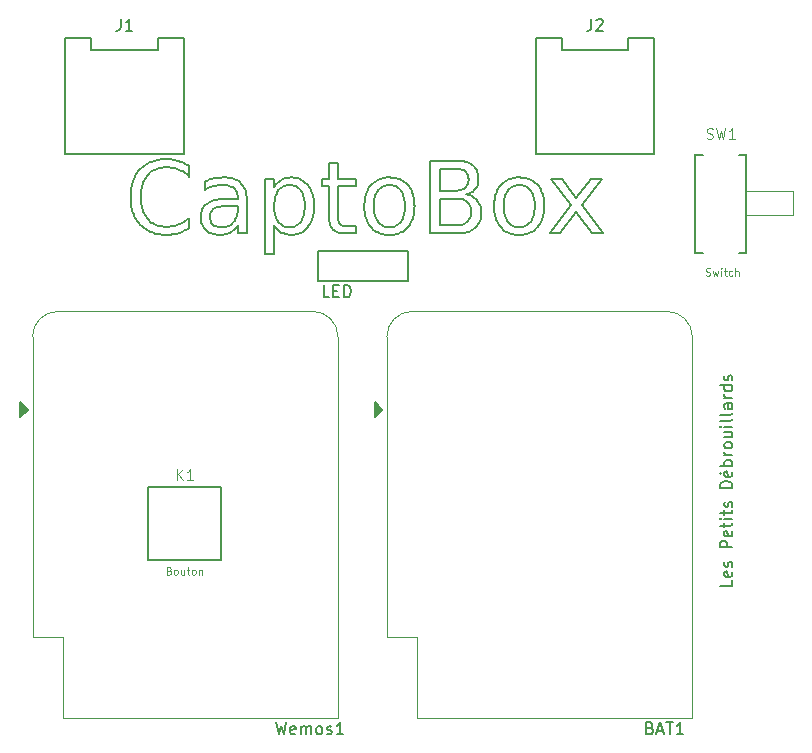
<source format=gto>
G04 #@! TF.GenerationSoftware,KiCad,Pcbnew,5.1.5*
G04 #@! TF.CreationDate,2020-03-04T16:52:44+01:00*
G04 #@! TF.ProjectId,captobox,63617074-6f62-46f7-982e-6b696361645f,rev?*
G04 #@! TF.SameCoordinates,Original*
G04 #@! TF.FileFunction,Legend,Top*
G04 #@! TF.FilePolarity,Positive*
%FSLAX46Y46*%
G04 Gerber Fmt 4.6, Leading zero omitted, Abs format (unit mm)*
G04 Created by KiCad (PCBNEW 5.1.5) date 2020-03-04 16:52:44*
%MOMM*%
%LPD*%
G04 APERTURE LIST*
%ADD10C,0.150000*%
%ADD11C,0.200000*%
%ADD12C,0.120000*%
%ADD13C,0.127000*%
%ADD14C,0.066040*%
%ADD15C,0.101600*%
%ADD16C,0.076200*%
G04 APERTURE END LIST*
D10*
X192452380Y-114404761D02*
X192452380Y-114880952D01*
X191452380Y-114880952D01*
X192404761Y-113690476D02*
X192452380Y-113785714D01*
X192452380Y-113976190D01*
X192404761Y-114071428D01*
X192309523Y-114119047D01*
X191928571Y-114119047D01*
X191833333Y-114071428D01*
X191785714Y-113976190D01*
X191785714Y-113785714D01*
X191833333Y-113690476D01*
X191928571Y-113642857D01*
X192023809Y-113642857D01*
X192119047Y-114119047D01*
X192404761Y-113261904D02*
X192452380Y-113166666D01*
X192452380Y-112976190D01*
X192404761Y-112880952D01*
X192309523Y-112833333D01*
X192261904Y-112833333D01*
X192166666Y-112880952D01*
X192119047Y-112976190D01*
X192119047Y-113119047D01*
X192071428Y-113214285D01*
X191976190Y-113261904D01*
X191928571Y-113261904D01*
X191833333Y-113214285D01*
X191785714Y-113119047D01*
X191785714Y-112976190D01*
X191833333Y-112880952D01*
X192452380Y-111642857D02*
X191452380Y-111642857D01*
X191452380Y-111261904D01*
X191500000Y-111166666D01*
X191547619Y-111119047D01*
X191642857Y-111071428D01*
X191785714Y-111071428D01*
X191880952Y-111119047D01*
X191928571Y-111166666D01*
X191976190Y-111261904D01*
X191976190Y-111642857D01*
X192404761Y-110261904D02*
X192452380Y-110357142D01*
X192452380Y-110547619D01*
X192404761Y-110642857D01*
X192309523Y-110690476D01*
X191928571Y-110690476D01*
X191833333Y-110642857D01*
X191785714Y-110547619D01*
X191785714Y-110357142D01*
X191833333Y-110261904D01*
X191928571Y-110214285D01*
X192023809Y-110214285D01*
X192119047Y-110690476D01*
X191785714Y-109928571D02*
X191785714Y-109547619D01*
X191452380Y-109785714D02*
X192309523Y-109785714D01*
X192404761Y-109738095D01*
X192452380Y-109642857D01*
X192452380Y-109547619D01*
X192452380Y-109214285D02*
X191785714Y-109214285D01*
X191452380Y-109214285D02*
X191500000Y-109261904D01*
X191547619Y-109214285D01*
X191500000Y-109166666D01*
X191452380Y-109214285D01*
X191547619Y-109214285D01*
X191785714Y-108880952D02*
X191785714Y-108500000D01*
X191452380Y-108738095D02*
X192309523Y-108738095D01*
X192404761Y-108690476D01*
X192452380Y-108595238D01*
X192452380Y-108500000D01*
X192404761Y-108214285D02*
X192452380Y-108119047D01*
X192452380Y-107928571D01*
X192404761Y-107833333D01*
X192309523Y-107785714D01*
X192261904Y-107785714D01*
X192166666Y-107833333D01*
X192119047Y-107928571D01*
X192119047Y-108071428D01*
X192071428Y-108166666D01*
X191976190Y-108214285D01*
X191928571Y-108214285D01*
X191833333Y-108166666D01*
X191785714Y-108071428D01*
X191785714Y-107928571D01*
X191833333Y-107833333D01*
X192452380Y-106595238D02*
X191452380Y-106595238D01*
X191452380Y-106357142D01*
X191500000Y-106214285D01*
X191595238Y-106119047D01*
X191690476Y-106071428D01*
X191880952Y-106023809D01*
X192023809Y-106023809D01*
X192214285Y-106071428D01*
X192309523Y-106119047D01*
X192404761Y-106214285D01*
X192452380Y-106357142D01*
X192452380Y-106595238D01*
X192404761Y-105214285D02*
X192452380Y-105309523D01*
X192452380Y-105500000D01*
X192404761Y-105595238D01*
X192309523Y-105642857D01*
X191928571Y-105642857D01*
X191833333Y-105595238D01*
X191785714Y-105500000D01*
X191785714Y-105309523D01*
X191833333Y-105214285D01*
X191928571Y-105166666D01*
X192023809Y-105166666D01*
X192119047Y-105642857D01*
X191404761Y-105309523D02*
X191547619Y-105452380D01*
X192452380Y-104738095D02*
X191452380Y-104738095D01*
X191833333Y-104738095D02*
X191785714Y-104642857D01*
X191785714Y-104452380D01*
X191833333Y-104357142D01*
X191880952Y-104309523D01*
X191976190Y-104261904D01*
X192261904Y-104261904D01*
X192357142Y-104309523D01*
X192404761Y-104357142D01*
X192452380Y-104452380D01*
X192452380Y-104642857D01*
X192404761Y-104738095D01*
X192452380Y-103833333D02*
X191785714Y-103833333D01*
X191976190Y-103833333D02*
X191880952Y-103785714D01*
X191833333Y-103738095D01*
X191785714Y-103642857D01*
X191785714Y-103547619D01*
X192452380Y-103071428D02*
X192404761Y-103166666D01*
X192357142Y-103214285D01*
X192261904Y-103261904D01*
X191976190Y-103261904D01*
X191880952Y-103214285D01*
X191833333Y-103166666D01*
X191785714Y-103071428D01*
X191785714Y-102928571D01*
X191833333Y-102833333D01*
X191880952Y-102785714D01*
X191976190Y-102738095D01*
X192261904Y-102738095D01*
X192357142Y-102785714D01*
X192404761Y-102833333D01*
X192452380Y-102928571D01*
X192452380Y-103071428D01*
X191785714Y-101880952D02*
X192452380Y-101880952D01*
X191785714Y-102309523D02*
X192309523Y-102309523D01*
X192404761Y-102261904D01*
X192452380Y-102166666D01*
X192452380Y-102023809D01*
X192404761Y-101928571D01*
X192357142Y-101880952D01*
X192452380Y-101404761D02*
X191785714Y-101404761D01*
X191452380Y-101404761D02*
X191500000Y-101452380D01*
X191547619Y-101404761D01*
X191500000Y-101357142D01*
X191452380Y-101404761D01*
X191547619Y-101404761D01*
X192452380Y-100785714D02*
X192404761Y-100880952D01*
X192309523Y-100928571D01*
X191452380Y-100928571D01*
X192452380Y-100261904D02*
X192404761Y-100357142D01*
X192309523Y-100404761D01*
X191452380Y-100404761D01*
X192452380Y-99452380D02*
X191928571Y-99452380D01*
X191833333Y-99500000D01*
X191785714Y-99595238D01*
X191785714Y-99785714D01*
X191833333Y-99880952D01*
X192404761Y-99452380D02*
X192452380Y-99547619D01*
X192452380Y-99785714D01*
X192404761Y-99880952D01*
X192309523Y-99928571D01*
X192214285Y-99928571D01*
X192119047Y-99880952D01*
X192071428Y-99785714D01*
X192071428Y-99547619D01*
X192023809Y-99452380D01*
X192452380Y-98976190D02*
X191785714Y-98976190D01*
X191976190Y-98976190D02*
X191880952Y-98928571D01*
X191833333Y-98880952D01*
X191785714Y-98785714D01*
X191785714Y-98690476D01*
X192452380Y-97928571D02*
X191452380Y-97928571D01*
X192404761Y-97928571D02*
X192452380Y-98023809D01*
X192452380Y-98214285D01*
X192404761Y-98309523D01*
X192357142Y-98357142D01*
X192261904Y-98404761D01*
X191976190Y-98404761D01*
X191880952Y-98357142D01*
X191833333Y-98309523D01*
X191785714Y-98214285D01*
X191785714Y-98023809D01*
X191833333Y-97928571D01*
X192404761Y-97500000D02*
X192452380Y-97404761D01*
X192452380Y-97214285D01*
X192404761Y-97119047D01*
X192309523Y-97071428D01*
X192261904Y-97071428D01*
X192166666Y-97119047D01*
X192119047Y-97214285D01*
X192119047Y-97357142D01*
X192071428Y-97452380D01*
X191976190Y-97500000D01*
X191928571Y-97500000D01*
X191833333Y-97452380D01*
X191785714Y-97357142D01*
X191785714Y-97214285D01*
X191833333Y-97119047D01*
D11*
X159854636Y-85055283D02*
X159657335Y-85050868D01*
X159657335Y-85050868D02*
X159469632Y-85037113D01*
X159469632Y-85037113D02*
X159290188Y-85012753D01*
X159290188Y-85012753D02*
X159124198Y-84977257D01*
X159124198Y-84977257D02*
X158971563Y-84929389D01*
X158971563Y-84929389D02*
X158832484Y-84867234D01*
X158832484Y-84867234D02*
X158709984Y-84789494D01*
X158709984Y-84789494D02*
X158639193Y-84728681D01*
X159069141Y-81016260D02*
X159069141Y-83529801D01*
X175737891Y-82744306D02*
X175732420Y-82545515D01*
X175732420Y-82545515D02*
X175716313Y-82359802D01*
X175716313Y-82359802D02*
X175689699Y-82185039D01*
X175689699Y-82185039D02*
X175652870Y-82021740D01*
X175652870Y-82021740D02*
X175605445Y-81867864D01*
X175605445Y-81867864D02*
X175548060Y-81725208D01*
X175548060Y-81725208D02*
X175480374Y-81592497D01*
X175480374Y-81592497D02*
X175402135Y-81469368D01*
X175402135Y-81469368D02*
X175382371Y-81442054D01*
X175382371Y-84050686D02*
X175462493Y-83930720D01*
X175462493Y-83930720D02*
X175532929Y-83799678D01*
X175532929Y-83799678D02*
X175592647Y-83659381D01*
X175592647Y-83659381D02*
X175642198Y-83508746D01*
X175642198Y-83508746D02*
X175681586Y-83347375D01*
X175681586Y-83347375D02*
X175710637Y-83175505D01*
X175710637Y-83175505D02*
X175729235Y-82993831D01*
X175729235Y-82993831D02*
X175737462Y-82801214D01*
X175737462Y-82801214D02*
X175737891Y-82744306D01*
X155918959Y-81429671D02*
X155830019Y-81318296D01*
X155830019Y-81318296D02*
X155729313Y-81218282D01*
X155729313Y-81218282D02*
X155615258Y-81130909D01*
X155615258Y-81130909D02*
X155487435Y-81058577D01*
X155487435Y-81058577D02*
X155342816Y-81002513D01*
X155342816Y-81002513D02*
X155179370Y-80965383D01*
X155179370Y-80965383D02*
X154992778Y-80950252D01*
X154992778Y-80950252D02*
X154972227Y-80950114D01*
X156266225Y-82744306D02*
X156261191Y-82547550D01*
X156261191Y-82547550D02*
X156246016Y-82360608D01*
X156246016Y-82360608D02*
X156220575Y-82183598D01*
X156220575Y-82183598D02*
X156185239Y-82018602D01*
X156185239Y-82018602D02*
X156139530Y-81863234D01*
X156139530Y-81863234D02*
X156083640Y-81718540D01*
X156083640Y-81718540D02*
X156017565Y-81584516D01*
X156017565Y-81584516D02*
X155940894Y-81460568D01*
X155940894Y-81460568D02*
X155918959Y-81429671D01*
X167684636Y-79569306D02*
X167684636Y-81429671D01*
X169830248Y-79800817D02*
X169707926Y-79722320D01*
X169707926Y-79722320D02*
X169567272Y-79661297D01*
X169567272Y-79661297D02*
X169409799Y-79616632D01*
X169409799Y-79616632D02*
X169237492Y-79587299D01*
X169237492Y-79587299D02*
X169051950Y-79572122D01*
X169051950Y-79572122D02*
X168920743Y-79569306D01*
X174419102Y-80313447D02*
X174615318Y-80320031D01*
X174615318Y-80320031D02*
X174798409Y-80339163D01*
X174798409Y-80339163D02*
X174969837Y-80370095D01*
X174969837Y-80370095D02*
X175128468Y-80411606D01*
X175128468Y-80411606D02*
X175277116Y-80463460D01*
X175277116Y-80463460D02*
X175415975Y-80525005D01*
X175415975Y-80525005D02*
X175548388Y-80597420D01*
X175548388Y-80597420D02*
X175669348Y-80677275D01*
X175669348Y-80677275D02*
X175782234Y-80765689D01*
X175782234Y-80765689D02*
X175887168Y-80862114D01*
X175887168Y-80862114D02*
X175977683Y-80958369D01*
X166849558Y-85055283D02*
X166849558Y-78883049D01*
X150614884Y-82727770D02*
X149858334Y-82727770D01*
X150614884Y-82897262D02*
X150614884Y-82727770D01*
X162463243Y-81437926D02*
X162382807Y-81557518D01*
X162382807Y-81557518D02*
X162312544Y-81687689D01*
X162312544Y-81687689D02*
X162252180Y-81829382D01*
X162252180Y-81829382D02*
X162202687Y-81980324D01*
X162202687Y-81980324D02*
X162163260Y-82142954D01*
X162163260Y-82142954D02*
X162134536Y-82314664D01*
X162134536Y-82314664D02*
X162115942Y-82499750D01*
X162115942Y-82499750D02*
X162108062Y-82693116D01*
X162108062Y-82693116D02*
X162107722Y-82744306D01*
X163430639Y-80958369D02*
X163241784Y-80970591D01*
X163241784Y-80970591D02*
X163074817Y-81004759D01*
X163074817Y-81004759D02*
X162927319Y-81057467D01*
X162927319Y-81057467D02*
X162795767Y-81126595D01*
X162795767Y-81126595D02*
X162678921Y-81209821D01*
X162678921Y-81209821D02*
X162574342Y-81306220D01*
X162574342Y-81306220D02*
X162478988Y-81417079D01*
X162478988Y-81417079D02*
X162463243Y-81437926D01*
X149965834Y-84976728D02*
X149826704Y-85039236D01*
X149826704Y-85039236D02*
X149677261Y-85089956D01*
X149677261Y-85089956D02*
X149516103Y-85129167D01*
X149516103Y-85129167D02*
X149342462Y-85156621D01*
X149342462Y-85156621D02*
X149155984Y-85171915D01*
X149155984Y-85171915D02*
X149014975Y-85175166D01*
X150614884Y-84352470D02*
X150534188Y-84473588D01*
X150534188Y-84473588D02*
X150446023Y-84587010D01*
X150446023Y-84587010D02*
X150349419Y-84692777D01*
X150349419Y-84692777D02*
X150244901Y-84789244D01*
X150244901Y-84789244D02*
X150129005Y-84878106D01*
X150129005Y-84878106D02*
X150005712Y-84955168D01*
X150005712Y-84955168D02*
X149965834Y-84976728D01*
X146497306Y-79358460D02*
X146497306Y-80239046D01*
X145596055Y-84294606D02*
X145741743Y-84230353D01*
X145741743Y-84230353D02*
X145874785Y-84162234D01*
X145874785Y-84162234D02*
X146001483Y-84088518D01*
X146001483Y-84088518D02*
X146126840Y-84006619D01*
X146126840Y-84006619D02*
X146243963Y-83921615D01*
X146243963Y-83921615D02*
X146356534Y-83831777D01*
X146356534Y-83831777D02*
X146463855Y-83738302D01*
X146463855Y-83738302D02*
X146497306Y-83707548D01*
X152913451Y-86816402D02*
X152913451Y-80425075D01*
X153678256Y-86816402D02*
X152913451Y-86816402D01*
X153678256Y-84360752D02*
X153678256Y-86816402D01*
X154281850Y-84976728D02*
X154158277Y-84899345D01*
X154158277Y-84899345D02*
X154043094Y-84809719D01*
X154043094Y-84809719D02*
X153939061Y-84711164D01*
X153939061Y-84711164D02*
X153845138Y-84604631D01*
X153845138Y-84604631D02*
X153757735Y-84487017D01*
X153757735Y-84487017D02*
X153679894Y-84363573D01*
X153679894Y-84363573D02*
X153678256Y-84360752D01*
X164393881Y-81442054D02*
X164301813Y-81329515D01*
X164301813Y-81329515D02*
X164199538Y-81229731D01*
X164199538Y-81229731D02*
X164084280Y-81142319D01*
X164084280Y-81142319D02*
X163955446Y-81069571D01*
X163955446Y-81069571D02*
X163810996Y-81013109D01*
X163810996Y-81013109D02*
X163648704Y-80975214D01*
X163648704Y-80975214D02*
X163464855Y-80958754D01*
X163464855Y-80958754D02*
X163430639Y-80958369D01*
X164749428Y-82744306D02*
X164743957Y-82545515D01*
X164743957Y-82545515D02*
X164727848Y-82359802D01*
X164727848Y-82359802D02*
X164701232Y-82185039D01*
X164701232Y-82185039D02*
X164664401Y-82021740D01*
X164664401Y-82021740D02*
X164616016Y-81865169D01*
X164616016Y-81865169D02*
X164558186Y-81722140D01*
X164558186Y-81722140D02*
X164489668Y-81588614D01*
X164489668Y-81588614D02*
X164411026Y-81465671D01*
X164411026Y-81465671D02*
X164393881Y-81442054D01*
X146497306Y-84579853D02*
X146376035Y-84658728D01*
X146376035Y-84658728D02*
X146248321Y-84734510D01*
X146248321Y-84734510D02*
X146116185Y-84805425D01*
X146116185Y-84805425D02*
X145980892Y-84870542D01*
X145980892Y-84870542D02*
X145839136Y-84931033D01*
X145839136Y-84931033D02*
X145692122Y-84985821D01*
X145692122Y-84985821D02*
X145567137Y-85026338D01*
X162459115Y-84054814D02*
X162550175Y-84164205D01*
X162550175Y-84164205D02*
X162653267Y-84262899D01*
X162653267Y-84262899D02*
X162768160Y-84348278D01*
X162768160Y-84348278D02*
X162897883Y-84420040D01*
X162897883Y-84420040D02*
X163043071Y-84475646D01*
X163043071Y-84475646D02*
X163207140Y-84513264D01*
X163207140Y-84513264D02*
X163391799Y-84529764D01*
X163391799Y-84529764D02*
X163430639Y-84530244D01*
X162107722Y-82744306D02*
X162112914Y-82941164D01*
X162112914Y-82941164D02*
X162128496Y-83127640D01*
X162128496Y-83127640D02*
X162154216Y-83302351D01*
X162154216Y-83302351D02*
X162190245Y-83467166D01*
X162190245Y-83467166D02*
X162236327Y-83621109D01*
X162236327Y-83621109D02*
X162292842Y-83765435D01*
X162292842Y-83765435D02*
X162359328Y-83898975D01*
X162359328Y-83898975D02*
X162436247Y-84022698D01*
X162436247Y-84022698D02*
X162459115Y-84054814D01*
X159069141Y-80425075D02*
X160635977Y-80425075D01*
X159069141Y-79110426D02*
X159069141Y-80425075D01*
X155158282Y-80313447D02*
X155350189Y-80322507D01*
X155350189Y-80322507D02*
X155525213Y-80348043D01*
X155525213Y-80348043D02*
X155685386Y-80387928D01*
X155685386Y-80387928D02*
X155835974Y-80441923D01*
X155835974Y-80441923D02*
X155972720Y-80506828D01*
X155972720Y-80506828D02*
X156098799Y-80582056D01*
X156098799Y-80582056D02*
X156216330Y-80667468D01*
X156216330Y-80667468D02*
X156324280Y-80760905D01*
X156324280Y-80760905D02*
X156424056Y-80862013D01*
X156424056Y-80862013D02*
X156516883Y-80970815D01*
X156516883Y-80970815D02*
X156526654Y-80983187D01*
X154281850Y-80516012D02*
X154416690Y-80450563D01*
X154416690Y-80450563D02*
X154565268Y-80396323D01*
X154565268Y-80396323D02*
X154725007Y-80355304D01*
X154725007Y-80355304D02*
X154898975Y-80327633D01*
X154898975Y-80327633D02*
X155086125Y-80314483D01*
X155086125Y-80314483D02*
X155158282Y-80313447D01*
X149300222Y-80958369D02*
X149102693Y-80964334D01*
X149102693Y-80964334D02*
X148917860Y-80981002D01*
X148917860Y-80981002D02*
X148741891Y-81007224D01*
X148741891Y-81007224D02*
X148575740Y-81041594D01*
X148575740Y-81041594D02*
X148527163Y-81053460D01*
X150267618Y-81247770D02*
X150151249Y-81162965D01*
X150151249Y-81162965D02*
X150020850Y-81092926D01*
X150020850Y-81092926D02*
X149875784Y-81037361D01*
X149875784Y-81037361D02*
X149714129Y-80996047D01*
X149714129Y-80996047D02*
X149536678Y-80969739D01*
X149536678Y-80969739D02*
X149346762Y-80958775D01*
X149346762Y-80958775D02*
X149300222Y-80958369D01*
X176990535Y-85055283D02*
X178788881Y-82632679D01*
X177887631Y-85055283D02*
X176990535Y-85055283D01*
X157055821Y-82744306D02*
X157051238Y-82943694D01*
X157051238Y-82943694D02*
X157037886Y-83131831D01*
X157037886Y-83131831D02*
X157015826Y-83312496D01*
X157015826Y-83312496D02*
X156985415Y-83484374D01*
X156985415Y-83484374D02*
X156946932Y-83647690D01*
X156946932Y-83647690D02*
X156900649Y-83802659D01*
X156900649Y-83802659D02*
X156846844Y-83949500D01*
X156846844Y-83949500D02*
X156784486Y-84091126D01*
X156784486Y-84091126D02*
X156715244Y-84224070D01*
X156715244Y-84224070D02*
X156639291Y-84348999D01*
X156639291Y-84348999D02*
X156556700Y-84466511D01*
X156556700Y-84466511D02*
X156526654Y-84505452D01*
X156526654Y-80983187D02*
X156613220Y-81100716D01*
X156613220Y-81100716D02*
X156691633Y-81223681D01*
X156691633Y-81223681D02*
X156763178Y-81354253D01*
X156763178Y-81354253D02*
X156826905Y-81491054D01*
X156826905Y-81491054D02*
X156884584Y-81639071D01*
X156884584Y-81639071D02*
X156933410Y-81792010D01*
X156933410Y-81792010D02*
X156974159Y-81951916D01*
X156974159Y-81951916D02*
X157006886Y-82119548D01*
X157006886Y-82119548D02*
X157031420Y-82295048D01*
X157031420Y-82295048D02*
X157047615Y-82479057D01*
X157047615Y-82479057D02*
X157055251Y-82673345D01*
X157055251Y-82673345D02*
X157055821Y-82744306D01*
X164393881Y-84050686D02*
X164474009Y-83930720D01*
X164474009Y-83930720D02*
X164544450Y-83799678D01*
X164544450Y-83799678D02*
X164604174Y-83659381D01*
X164604174Y-83659381D02*
X164653819Y-83508431D01*
X164653819Y-83508431D02*
X164693119Y-83347375D01*
X164693119Y-83347375D02*
X164722172Y-83175505D01*
X164722172Y-83175505D02*
X164740772Y-82993831D01*
X164740772Y-82993831D02*
X164748999Y-82801214D01*
X164748999Y-82801214D02*
X164749428Y-82744306D01*
X163430639Y-84530244D02*
X163619933Y-84517789D01*
X163619933Y-84517789D02*
X163785962Y-84483372D01*
X163785962Y-84483372D02*
X163934892Y-84429426D01*
X163934892Y-84429426D02*
X164068304Y-84358103D01*
X164068304Y-84358103D02*
X164184733Y-84273670D01*
X164184733Y-84273670D02*
X164288136Y-84176879D01*
X164288136Y-84176879D02*
X164380598Y-84068314D01*
X164380598Y-84068314D02*
X164393881Y-84050686D01*
X177143490Y-80425075D02*
X178040586Y-80425075D01*
X178788881Y-82632679D02*
X177143490Y-80425075D01*
X157746225Y-80425075D02*
X158304337Y-80425075D01*
X157746225Y-81016260D02*
X157746225Y-80425075D01*
X153678256Y-81127861D02*
X153757735Y-81001692D01*
X153757735Y-81001692D02*
X153843227Y-80886753D01*
X153843227Y-80886753D02*
X153937891Y-80779615D01*
X153937891Y-80779615D02*
X154042938Y-80680767D01*
X154042938Y-80680767D02*
X154156107Y-80593569D01*
X154156107Y-80593569D02*
X154280072Y-80516980D01*
X154280072Y-80516980D02*
X154281850Y-80516012D01*
X151375561Y-82413577D02*
X151375561Y-82413577D01*
X155918959Y-84063095D02*
X155998710Y-83940397D01*
X155998710Y-83940397D02*
X156067308Y-83808603D01*
X156067308Y-83808603D02*
X156125652Y-83666599D01*
X156125652Y-83666599D02*
X156174069Y-83513497D01*
X156174069Y-83513497D02*
X156212033Y-83351204D01*
X156212033Y-83351204D02*
X156240071Y-83177811D01*
X156240071Y-83177811D02*
X156257978Y-82994338D01*
X156257978Y-82994338D02*
X156265861Y-82798021D01*
X156265861Y-82798021D02*
X156266225Y-82744306D01*
X154972227Y-84538525D02*
X155162171Y-84525876D01*
X155162171Y-84525876D02*
X155329126Y-84490630D01*
X155329126Y-84490630D02*
X155475683Y-84436436D01*
X155475683Y-84436436D02*
X155605477Y-84365635D01*
X155605477Y-84365635D02*
X155720701Y-84280070D01*
X155720701Y-84280070D02*
X155822938Y-84181292D01*
X155822938Y-84181292D02*
X155913916Y-84070032D01*
X155913916Y-84070032D02*
X155918959Y-84063095D01*
X142325991Y-79631325D02*
X142426815Y-79529360D01*
X142426815Y-79529360D02*
X142532527Y-79433463D01*
X142532527Y-79433463D02*
X142644740Y-79342508D01*
X142644740Y-79342508D02*
X142763467Y-79257009D01*
X142763467Y-79257009D02*
X142886991Y-79178438D01*
X142886991Y-79178438D02*
X143017323Y-79105751D01*
X143017323Y-79105751D02*
X143152602Y-79040205D01*
X143152602Y-79040205D02*
X143294991Y-78980977D01*
X143294991Y-78980977D02*
X143443316Y-78928839D01*
X143443316Y-78928839D02*
X143599693Y-78883388D01*
X143599693Y-78883388D02*
X143767109Y-78844494D01*
X143767109Y-78844494D02*
X143937774Y-78814242D01*
X143937774Y-78814242D02*
X144115918Y-78791833D01*
X144115918Y-78791833D02*
X144306346Y-78777280D01*
X144306346Y-78777280D02*
X144502189Y-78771535D01*
X144502189Y-78771535D02*
X144533595Y-78771429D01*
X141519832Y-81975374D02*
X141523542Y-81776261D01*
X141523542Y-81776261D02*
X141534575Y-81584349D01*
X141534575Y-81584349D02*
X141552612Y-81400839D01*
X141552612Y-81400839D02*
X141577337Y-81225482D01*
X141577337Y-81225482D02*
X141608964Y-81055542D01*
X141608964Y-81055542D02*
X141646868Y-80893430D01*
X141646868Y-80893430D02*
X141692198Y-80734241D01*
X141692198Y-80734241D02*
X141743600Y-80582723D01*
X141743600Y-80582723D02*
X141800767Y-80438636D01*
X141800767Y-80438636D02*
X141863661Y-80301220D01*
X141863661Y-80301220D02*
X141932340Y-80169795D01*
X141932340Y-80169795D02*
X142011255Y-80036958D01*
X142011255Y-80036958D02*
X142093081Y-79915123D01*
X142093081Y-79915123D02*
X142179778Y-79800020D01*
X142179778Y-79800020D02*
X142271250Y-79691203D01*
X142271250Y-79691203D02*
X142325991Y-79631325D01*
X149548269Y-82132457D02*
X150614884Y-82132457D01*
X148527163Y-81053460D02*
X148365398Y-81099155D01*
X148365398Y-81099155D02*
X148216305Y-81150081D01*
X148216305Y-81150081D02*
X148072399Y-81207648D01*
X148072399Y-81207648D02*
X147934235Y-81271075D01*
X147934235Y-81271075D02*
X147803686Y-81338707D01*
X179235365Y-83236273D02*
X177887631Y-85055283D01*
X180583073Y-85055283D02*
X179235365Y-83236273D01*
X142400392Y-81975374D02*
X142404308Y-82175047D01*
X142404308Y-82175047D02*
X142416158Y-82367868D01*
X142416158Y-82367868D02*
X142435598Y-82550016D01*
X142435598Y-82550016D02*
X142462554Y-82723337D01*
X142462554Y-82723337D02*
X142497921Y-82892297D01*
X142497921Y-82892297D02*
X142540332Y-83050244D01*
X142540332Y-83050244D02*
X142590532Y-83200878D01*
X142590532Y-83200878D02*
X142648689Y-83344333D01*
X142648689Y-83344333D02*
X142714593Y-83479930D01*
X142714593Y-83479930D02*
X142788244Y-83607662D01*
X142788244Y-83607662D02*
X142869642Y-83727535D01*
X142869642Y-83727535D02*
X142958518Y-83839230D01*
X142958518Y-83839230D02*
X142962631Y-83843994D01*
X181393360Y-80425075D02*
X179719050Y-82678160D01*
X174419102Y-80313447D02*
X174419102Y-80313447D01*
X170020404Y-82384632D02*
X169904207Y-82300637D01*
X169904207Y-82300637D02*
X169771385Y-82232871D01*
X169771385Y-82232871D02*
X169623411Y-82180672D01*
X169623411Y-82180672D02*
X169460632Y-82142995D01*
X169460632Y-82142995D02*
X169284226Y-82119173D01*
X169284226Y-82119173D02*
X169093539Y-82108418D01*
X169093539Y-82108418D02*
X169024089Y-82107666D01*
X170347006Y-83236273D02*
X170337229Y-83045195D01*
X170337229Y-83045195D02*
X170308190Y-82873584D01*
X170308190Y-82873584D02*
X170259840Y-82719918D01*
X170259840Y-82719918D02*
X170192796Y-82585314D01*
X170192796Y-82585314D02*
X170106618Y-82468347D01*
X170106618Y-82468347D02*
X170020404Y-82384632D01*
X164989193Y-84530244D02*
X164891642Y-84633440D01*
X164891642Y-84633440D02*
X164785041Y-84730267D01*
X164785041Y-84730267D02*
X164669515Y-84819445D01*
X164669515Y-84819445D02*
X164547407Y-84898656D01*
X164547407Y-84898656D02*
X164416887Y-84968794D01*
X164416887Y-84968794D02*
X164277292Y-85029592D01*
X164277292Y-85029592D02*
X164127068Y-85080893D01*
X164127068Y-85080893D02*
X163963141Y-85122452D01*
X163963141Y-85122452D02*
X163790407Y-85152134D01*
X163790407Y-85152134D02*
X163606413Y-85169900D01*
X163606413Y-85169900D02*
X163430639Y-85175166D01*
X165555560Y-82744306D02*
X165551035Y-82943582D01*
X165551035Y-82943582D02*
X165537567Y-83134045D01*
X165537567Y-83134045D02*
X165515705Y-83313116D01*
X165515705Y-83313116D02*
X165485361Y-83484326D01*
X165485361Y-83484326D02*
X165446908Y-83646607D01*
X165446908Y-83646607D02*
X165400523Y-83800391D01*
X165400523Y-83800391D02*
X165346252Y-83946271D01*
X165346252Y-83946271D02*
X165282893Y-84087098D01*
X165282893Y-84087098D02*
X165212890Y-84217765D01*
X165212890Y-84217765D02*
X165132990Y-84344346D01*
X165132990Y-84344346D02*
X165047872Y-84459769D01*
X165047872Y-84459769D02*
X164989193Y-84530244D01*
X174419102Y-80958369D02*
X174419102Y-80958369D01*
X172856420Y-80958369D02*
X172954874Y-80854298D01*
X172954874Y-80854298D02*
X173059745Y-80759120D01*
X173059745Y-80759120D02*
X173172734Y-80671738D01*
X173172734Y-80671738D02*
X173294506Y-80592428D01*
X173294506Y-80592428D02*
X173424721Y-80522131D01*
X173424721Y-80522131D02*
X173564813Y-80460814D01*
X173564813Y-80460814D02*
X173714026Y-80409527D01*
X173714026Y-80409527D02*
X173874772Y-80368243D01*
X173874772Y-80368243D02*
X174050771Y-80337432D01*
X174050771Y-80337432D02*
X174235134Y-80319170D01*
X174235134Y-80319170D02*
X174419102Y-80313447D01*
X147803686Y-81338707D02*
X147803686Y-80635921D01*
X150879467Y-80834359D02*
X150973807Y-80944018D01*
X150973807Y-80944018D02*
X151058403Y-81064757D01*
X151058403Y-81064757D02*
X151131315Y-81192991D01*
X151131315Y-81192991D02*
X151194570Y-81331168D01*
X151194570Y-81331168D02*
X151247873Y-81478065D01*
X151247873Y-81478065D02*
X151291900Y-81635004D01*
X151291900Y-81635004D02*
X151326540Y-81801339D01*
X151326540Y-81801339D02*
X151351925Y-81977189D01*
X151351925Y-81977189D02*
X151368107Y-82162231D01*
X151368107Y-82162231D02*
X151375200Y-82357116D01*
X151375200Y-82357116D02*
X151375561Y-82413577D01*
X170020404Y-84092041D02*
X170125391Y-83983810D01*
X170125391Y-83983810D02*
X170206555Y-83863710D01*
X170206555Y-83863710D02*
X170269911Y-83725360D01*
X170269911Y-83725360D02*
X170314507Y-83569587D01*
X170314507Y-83569587D02*
X170340292Y-83394947D01*
X170340292Y-83394947D02*
X170347006Y-83236273D01*
X169024089Y-84369007D02*
X169218215Y-84362778D01*
X169218215Y-84362778D02*
X169405416Y-84342793D01*
X169405416Y-84342793D02*
X169573639Y-84309407D01*
X169573639Y-84309407D02*
X169726925Y-84261656D01*
X169726925Y-84261656D02*
X169864460Y-84198898D01*
X169864460Y-84198898D02*
X169986081Y-84119966D01*
X169986081Y-84119966D02*
X170020404Y-84092041D01*
X144533595Y-85175166D02*
X144335469Y-85170752D01*
X144335469Y-85170752D02*
X144147341Y-85157884D01*
X144147341Y-85157884D02*
X143967589Y-85136909D01*
X143967589Y-85136909D02*
X143790849Y-85107175D01*
X143790849Y-85107175D02*
X143625256Y-85070270D01*
X143625256Y-85070270D02*
X143468021Y-85026271D01*
X143468021Y-85026271D02*
X143316680Y-84974787D01*
X143316680Y-84974787D02*
X143174055Y-84917164D01*
X143174055Y-84917164D02*
X143037501Y-84852782D01*
X143037501Y-84852782D02*
X142906418Y-84781519D01*
X142906418Y-84781519D02*
X142780284Y-84703149D01*
X142780284Y-84703149D02*
X142662693Y-84620359D01*
X142662693Y-84620359D02*
X142549754Y-84530887D01*
X142549754Y-84530887D02*
X142443122Y-84436282D01*
X142443122Y-84436282D02*
X142342186Y-84336440D01*
X142342186Y-84336440D02*
X142325991Y-84319397D01*
X145567137Y-85026338D02*
X145407446Y-85070676D01*
X145407446Y-85070676D02*
X145243728Y-85107391D01*
X145243728Y-85107391D02*
X145067857Y-85137519D01*
X145067857Y-85137519D02*
X144884451Y-85159233D01*
X144884451Y-85159233D02*
X144695370Y-85171840D01*
X144695370Y-85171840D02*
X144533595Y-85175166D01*
X164989193Y-80958369D02*
X165080832Y-81070861D01*
X165080832Y-81070861D02*
X165165771Y-81192573D01*
X165165771Y-81192573D02*
X165240698Y-81318601D01*
X165240698Y-81318601D02*
X165308364Y-81453212D01*
X165308364Y-81453212D02*
X165368331Y-81596238D01*
X165368331Y-81596238D02*
X165420253Y-81747431D01*
X165420253Y-81747431D02*
X165464094Y-81907368D01*
X165464094Y-81907368D02*
X165499030Y-82072879D01*
X165499030Y-82072879D02*
X165525853Y-82247724D01*
X165525853Y-82247724D02*
X165544239Y-82431632D01*
X165544239Y-82431632D02*
X165553893Y-82622075D01*
X165553893Y-82622075D02*
X165555560Y-82744306D01*
X163430639Y-80313447D02*
X163626855Y-80320031D01*
X163626855Y-80320031D02*
X163809945Y-80339163D01*
X163809945Y-80339163D02*
X163981372Y-80370095D01*
X163981372Y-80370095D02*
X164140001Y-80411606D01*
X164140001Y-80411606D02*
X164288648Y-80463460D01*
X164288648Y-80463460D02*
X164427503Y-80525005D01*
X164427503Y-80525005D02*
X164559913Y-80597420D01*
X164559913Y-80597420D02*
X164680870Y-80677275D01*
X164680870Y-80677275D02*
X164793751Y-80765689D01*
X164793751Y-80765689D02*
X164898682Y-80862114D01*
X164898682Y-80862114D02*
X164989193Y-80958369D01*
X149378777Y-80313447D02*
X149574793Y-80318663D01*
X149574793Y-80318663D02*
X149763267Y-80334627D01*
X149763267Y-80334627D02*
X149939590Y-80361029D01*
X149939590Y-80361029D02*
X150103669Y-80397460D01*
X150103669Y-80397460D02*
X150259906Y-80444947D01*
X150259906Y-80444947D02*
X150405627Y-80502944D01*
X150405627Y-80502944D02*
X150539459Y-80570617D01*
X150539459Y-80570617D02*
X150662493Y-80648089D01*
X150662493Y-80648089D02*
X150775720Y-80735861D01*
X150775720Y-80735861D02*
X150879467Y-80834359D01*
X148613972Y-80396129D02*
X148783290Y-80364161D01*
X148783290Y-80364161D02*
X148961154Y-80338703D01*
X148961154Y-80338703D02*
X149145696Y-80321417D01*
X149145696Y-80321417D02*
X149339476Y-80313674D01*
X149339476Y-80313674D02*
X149378777Y-80313447D01*
X174419102Y-84530244D02*
X174608398Y-84517789D01*
X174608398Y-84517789D02*
X174774429Y-84483372D01*
X174774429Y-84483372D02*
X174923361Y-84429426D01*
X174923361Y-84429426D02*
X175056776Y-84358103D01*
X175056776Y-84358103D02*
X175173211Y-84273670D01*
X175173211Y-84273670D02*
X175276619Y-84176879D01*
X175276619Y-84176879D02*
X175369086Y-84068314D01*
X175369086Y-84068314D02*
X175382371Y-84050686D01*
X173447605Y-84054814D02*
X173538658Y-84164205D01*
X173538658Y-84164205D02*
X173641745Y-84262899D01*
X173641745Y-84262899D02*
X173756633Y-84348278D01*
X173756633Y-84348278D02*
X173886352Y-84420040D01*
X173886352Y-84420040D02*
X174031538Y-84475646D01*
X174031538Y-84475646D02*
X174195604Y-84513264D01*
X174195604Y-84513264D02*
X174380262Y-84529764D01*
X174380262Y-84529764D02*
X174419102Y-84530244D01*
X144583204Y-84488916D02*
X144777425Y-84482432D01*
X144777425Y-84482432D02*
X144960471Y-84463954D01*
X144960471Y-84463954D02*
X145131800Y-84435076D01*
X145131800Y-84435076D02*
X145295764Y-84396287D01*
X145295764Y-84396287D02*
X145452602Y-84348329D01*
X145452602Y-84348329D02*
X145596055Y-84294606D01*
X160635977Y-85055283D02*
X159854636Y-85055283D01*
X160635977Y-84418616D02*
X160635977Y-85055283D01*
X181480170Y-85055283D02*
X180583073Y-85055283D01*
X179719050Y-82678160D02*
X181480170Y-85055283D01*
X151375561Y-85055283D02*
X150614884Y-85055283D01*
X151375561Y-82413577D02*
X151375561Y-85055283D01*
X174419102Y-85175166D02*
X174224645Y-85168747D01*
X174224645Y-85168747D02*
X174043196Y-85150128D01*
X174043196Y-85150128D02*
X173871796Y-85119716D01*
X173871796Y-85119716D02*
X173712000Y-85078468D01*
X173712000Y-85078468D02*
X173562882Y-85027037D01*
X173562882Y-85027037D02*
X173420320Y-84964318D01*
X173420320Y-84964318D02*
X173288763Y-84892746D01*
X173288763Y-84892746D02*
X173167132Y-84812868D01*
X173167132Y-84812868D02*
X173053205Y-84723969D01*
X173053205Y-84723969D02*
X172945778Y-84625330D01*
X172945778Y-84625330D02*
X172856420Y-84530244D01*
X175977683Y-84530244D02*
X175880128Y-84633440D01*
X175880128Y-84633440D02*
X175773522Y-84730267D01*
X175773522Y-84730267D02*
X175657993Y-84819445D01*
X175657993Y-84819445D02*
X175535881Y-84898656D01*
X175535881Y-84898656D02*
X175405358Y-84968794D01*
X175405358Y-84968794D02*
X175265760Y-85029592D01*
X175265760Y-85029592D02*
X175115535Y-85080893D01*
X175115535Y-85080893D02*
X174951606Y-85122452D01*
X174951606Y-85122452D02*
X174778871Y-85152134D01*
X174778871Y-85152134D02*
X174594876Y-85169900D01*
X174594876Y-85169900D02*
X174419102Y-85175166D01*
X161867930Y-80958369D02*
X161966388Y-80854298D01*
X161966388Y-80854298D02*
X162071264Y-80759120D01*
X162071264Y-80759120D02*
X162184255Y-80671738D01*
X162184255Y-80671738D02*
X162306031Y-80592428D01*
X162306031Y-80592428D02*
X162436247Y-80522131D01*
X162436247Y-80522131D02*
X162576345Y-80460814D01*
X162576345Y-80460814D02*
X162725559Y-80409527D01*
X162725559Y-80409527D02*
X162886306Y-80368243D01*
X162886306Y-80368243D02*
X163062306Y-80337432D01*
X163062306Y-80337432D02*
X163246671Y-80319170D01*
X163246671Y-80319170D02*
X163430639Y-80313447D01*
X161305691Y-82744306D02*
X161310080Y-82546493D01*
X161310080Y-82546493D02*
X161323155Y-82357462D01*
X161323155Y-82357462D02*
X161344667Y-82177823D01*
X161344667Y-82177823D02*
X161375418Y-82002159D01*
X161375418Y-82002159D02*
X161414026Y-81838163D01*
X161414026Y-81838163D02*
X161460596Y-81683144D01*
X161460596Y-81683144D02*
X161515304Y-81535861D01*
X161515304Y-81535861D02*
X161577699Y-81397030D01*
X161577699Y-81397030D02*
X161647567Y-81266466D01*
X161647567Y-81266466D02*
X161728975Y-81137730D01*
X161728975Y-81137730D02*
X161816975Y-81019265D01*
X161816975Y-81019265D02*
X161867930Y-80958369D01*
X170132032Y-80499475D02*
X170118395Y-80311553D01*
X170118395Y-80311553D02*
X170079060Y-80149410D01*
X170079060Y-80149410D02*
X170015886Y-80010555D01*
X170015886Y-80010555D02*
X169931365Y-79894302D01*
X169931365Y-79894302D02*
X169830248Y-79800817D01*
X169830248Y-81202288D02*
X169934238Y-81105415D01*
X169934238Y-81105415D02*
X170018161Y-80987998D01*
X170018161Y-80987998D02*
X170079920Y-80849745D01*
X170079920Y-80849745D02*
X170118661Y-80687221D01*
X170118661Y-80687221D02*
X170132031Y-80499934D01*
X170132031Y-80499934D02*
X170132032Y-80499475D01*
X167684636Y-84369007D02*
X169024089Y-84369007D01*
X167684636Y-82107666D02*
X167684636Y-84369007D01*
X144533595Y-78771429D02*
X144731071Y-78776256D01*
X144731071Y-78776256D02*
X144920113Y-78790334D01*
X144920113Y-78790334D02*
X145099977Y-78812889D01*
X145099977Y-78812889D02*
X145272975Y-78843579D01*
X145272975Y-78843579D02*
X145435911Y-78881088D01*
X145435911Y-78881088D02*
X145575391Y-78920257D01*
X142962631Y-83843994D02*
X143061153Y-83948344D01*
X143061153Y-83948344D02*
X143169920Y-84046108D01*
X143169920Y-84046108D02*
X143284833Y-84133195D01*
X143284833Y-84133195D02*
X143407430Y-84210962D01*
X143407430Y-84210962D02*
X143539668Y-84280223D01*
X143539668Y-84280223D02*
X143681532Y-84340334D01*
X143681532Y-84340334D02*
X143832497Y-84390628D01*
X143832497Y-84390628D02*
X143994092Y-84431134D01*
X143994092Y-84431134D02*
X144165314Y-84461140D01*
X144165314Y-84461140D02*
X144348809Y-84480565D01*
X144348809Y-84480565D02*
X144542561Y-84488674D01*
X144542561Y-84488674D02*
X144583204Y-84488916D01*
X144583204Y-79457679D02*
X144388135Y-79463441D01*
X144388135Y-79463441D02*
X144204709Y-79480377D01*
X144204709Y-79480377D02*
X144030270Y-79508396D01*
X144030270Y-79508396D02*
X143864114Y-79547589D01*
X143864114Y-79547589D02*
X143711736Y-79596017D01*
X143711736Y-79596017D02*
X143567108Y-79654927D01*
X143567108Y-79654927D02*
X143432978Y-79722838D01*
X143432978Y-79722838D02*
X143306513Y-79800778D01*
X143306513Y-79800778D02*
X143187711Y-79888745D01*
X143187711Y-79888745D02*
X143080454Y-79983026D01*
X143080454Y-79983026D02*
X142981711Y-80085067D01*
X142981711Y-80085067D02*
X142962631Y-80106754D01*
X170665326Y-84604671D02*
X170549489Y-84689371D01*
X170549489Y-84689371D02*
X170424360Y-84765265D01*
X170424360Y-84765265D02*
X170287531Y-84833431D01*
X170287531Y-84833431D02*
X170142549Y-84891948D01*
X170142549Y-84891948D02*
X169989696Y-84941082D01*
X169989696Y-84941082D02*
X169828827Y-84981178D01*
X169828827Y-84981178D02*
X169659717Y-85012503D01*
X169659717Y-85012503D02*
X169477463Y-85035690D01*
X169477463Y-85035690D02*
X169289383Y-85049755D01*
X169289383Y-85049755D02*
X169094732Y-85055191D01*
X169094732Y-85055191D02*
X169065444Y-85055283D01*
X171227566Y-83327210D02*
X171219452Y-83520410D01*
X171219452Y-83520410D02*
X171195836Y-83698798D01*
X171195836Y-83698798D02*
X171157973Y-83862410D01*
X171157973Y-83862410D02*
X171106837Y-84012697D01*
X171106837Y-84012697D02*
X171043748Y-84149738D01*
X171043748Y-84149738D02*
X170968938Y-84275706D01*
X170968938Y-84275706D02*
X170883110Y-84391071D01*
X170883110Y-84391071D02*
X170785977Y-84497260D01*
X170785977Y-84497260D02*
X170679914Y-84592831D01*
X170679914Y-84592831D02*
X170665326Y-84604671D01*
X147803686Y-80635921D02*
X147951321Y-80581214D01*
X147951321Y-80581214D02*
X148102183Y-80530193D01*
X148102183Y-80530193D02*
X148257685Y-80482934D01*
X148257685Y-80482934D02*
X148417605Y-80440185D01*
X148417605Y-80440185D02*
X148581710Y-80402709D01*
X148581710Y-80402709D02*
X148613972Y-80396129D01*
X150614884Y-82132457D02*
X150614884Y-82058057D01*
X148225352Y-83657939D02*
X148240744Y-83843769D01*
X148240744Y-83843769D02*
X148283728Y-84002070D01*
X148283728Y-84002070D02*
X148350761Y-84137422D01*
X148350761Y-84137422D02*
X148437642Y-84251069D01*
X148437642Y-84251069D02*
X148489936Y-84302861D01*
X148580899Y-82938616D02*
X148464813Y-83023801D01*
X148464813Y-83023801D02*
X148369932Y-83130462D01*
X148369932Y-83130462D02*
X148295545Y-83264830D01*
X148295545Y-83264830D02*
X148248358Y-83418491D01*
X148248358Y-83418491D02*
X148226610Y-83598412D01*
X148226610Y-83598412D02*
X148225352Y-83657939D01*
X172294180Y-82744306D02*
X172298569Y-82546493D01*
X172298569Y-82546493D02*
X172311644Y-82357462D01*
X172311644Y-82357462D02*
X172333156Y-82177823D01*
X172333156Y-82177823D02*
X172363907Y-82002159D01*
X172363907Y-82002159D02*
X172402515Y-81838163D01*
X172402515Y-81838163D02*
X172449086Y-81683144D01*
X172449086Y-81683144D02*
X172503794Y-81535861D01*
X172503794Y-81535861D02*
X172566189Y-81397030D01*
X172566189Y-81397030D02*
X172636057Y-81266466D01*
X172636057Y-81266466D02*
X172717465Y-81137730D01*
X172717465Y-81137730D02*
X172805465Y-81019265D01*
X172805465Y-81019265D02*
X172856420Y-80958369D01*
X172856420Y-84530244D02*
X172766445Y-84418452D01*
X172766445Y-84418452D02*
X172684087Y-84299505D01*
X172684087Y-84299505D02*
X172609204Y-84172967D01*
X172609204Y-84172967D02*
X172541202Y-84037118D01*
X172541202Y-84037118D02*
X172481776Y-83894945D01*
X172481776Y-83894945D02*
X172429569Y-83742621D01*
X172429569Y-83742621D02*
X172386300Y-83584761D01*
X172386300Y-83584761D02*
X172351073Y-83418256D01*
X172351073Y-83418256D02*
X172324259Y-83244173D01*
X172324259Y-83244173D02*
X172305684Y-83059619D01*
X172305684Y-83059619D02*
X172295830Y-82866106D01*
X172295830Y-82866106D02*
X172294180Y-82744306D01*
X161867930Y-84530244D02*
X161777955Y-84418452D01*
X161777955Y-84418452D02*
X161695597Y-84299505D01*
X161695597Y-84299505D02*
X161620714Y-84172967D01*
X161620714Y-84172967D02*
X161552712Y-84037118D01*
X161552712Y-84037118D02*
X161493286Y-83894945D01*
X161493286Y-83894945D02*
X161441079Y-83742621D01*
X161441079Y-83742621D02*
X161397811Y-83584761D01*
X161397811Y-83584761D02*
X161362584Y-83418256D01*
X161362584Y-83418256D02*
X161335770Y-83244173D01*
X161335770Y-83244173D02*
X161317195Y-83059619D01*
X161317195Y-83059619D02*
X161307341Y-82866106D01*
X161307341Y-82866106D02*
X161305691Y-82744306D01*
X163430639Y-85175166D02*
X163236182Y-85168747D01*
X163236182Y-85168747D02*
X163054731Y-85150128D01*
X163054731Y-85150128D02*
X162883330Y-85119716D01*
X162883330Y-85119716D02*
X162723533Y-85078468D01*
X162723533Y-85078468D02*
X162574414Y-85027037D01*
X162574414Y-85027037D02*
X162431846Y-84964318D01*
X162431846Y-84964318D02*
X162300288Y-84892746D01*
X162300288Y-84892746D02*
X162178653Y-84812868D01*
X162178653Y-84812868D02*
X162064724Y-84723969D01*
X162064724Y-84723969D02*
X161957292Y-84625330D01*
X161957292Y-84625330D02*
X161867930Y-84530244D01*
X150614884Y-82058057D02*
X150602528Y-81868538D01*
X150602528Y-81868538D02*
X150567310Y-81702248D01*
X150567310Y-81702248D02*
X150511670Y-81556851D01*
X150511670Y-81556851D02*
X150437184Y-81429598D01*
X150437184Y-81429598D02*
X150346328Y-81320059D01*
X150346328Y-81320059D02*
X150267618Y-81247770D01*
X150614884Y-85055283D02*
X150614884Y-84352470D01*
X158304337Y-79110426D02*
X159069141Y-79110426D01*
X158304337Y-80425075D02*
X158304337Y-79110426D01*
X168920743Y-79569306D02*
X167684636Y-79569306D01*
X167684636Y-81429671D02*
X168920743Y-81429671D01*
X168920743Y-81429671D02*
X169114957Y-81423416D01*
X169114957Y-81423416D02*
X169297355Y-81403856D01*
X169297355Y-81403856D02*
X169465536Y-81369899D01*
X169465536Y-81369899D02*
X169617383Y-81320659D01*
X169617383Y-81320659D02*
X169752893Y-81254410D01*
X169752893Y-81254410D02*
X169830248Y-81202288D01*
X169024089Y-82107666D02*
X167684636Y-82107666D01*
X163430639Y-80313447D02*
X163430639Y-80313447D01*
X163430639Y-80958369D02*
X163430639Y-80958369D01*
X158304337Y-81016260D02*
X157746225Y-81016260D01*
X158304337Y-83529801D02*
X158304337Y-81016260D01*
X145596055Y-79651989D02*
X145448814Y-79596970D01*
X145448814Y-79596970D02*
X145293590Y-79549713D01*
X145293590Y-79549713D02*
X145131676Y-79511486D01*
X145131676Y-79511486D02*
X144960471Y-79482635D01*
X144960471Y-79482635D02*
X144777938Y-79464192D01*
X144777938Y-79464192D02*
X144583204Y-79457679D01*
X169065444Y-85055283D02*
X166849558Y-85055283D01*
X175382371Y-81442054D02*
X175289164Y-81328275D01*
X175289164Y-81328275D02*
X175186378Y-81228317D01*
X175186378Y-81228317D02*
X175071870Y-81141737D01*
X175071870Y-81141737D02*
X174943915Y-81069571D01*
X174943915Y-81069571D02*
X174799463Y-81013109D01*
X174799463Y-81013109D02*
X174637169Y-80975214D01*
X174637169Y-80975214D02*
X174453318Y-80958754D01*
X174453318Y-80958754D02*
X174419102Y-80958369D01*
X146497306Y-83707548D02*
X146497306Y-84579853D01*
X145575391Y-78920257D02*
X145728084Y-78969268D01*
X145728084Y-78969268D02*
X145873579Y-79023914D01*
X145873579Y-79023914D02*
X146016646Y-79085677D01*
X146016646Y-79085677D02*
X146151055Y-79151399D01*
X146151055Y-79151399D02*
X146282800Y-79223509D01*
X146282800Y-79223509D02*
X146408689Y-79299964D01*
X146408689Y-79299964D02*
X146497306Y-79358460D01*
X147882241Y-84778291D02*
X147785085Y-84674687D01*
X147785085Y-84674687D02*
X147698637Y-84559618D01*
X147698637Y-84559618D02*
X147623479Y-84431396D01*
X147623479Y-84431396D02*
X147561361Y-84289876D01*
X147561361Y-84289876D02*
X147513942Y-84135954D01*
X147513942Y-84135954D02*
X147481816Y-83967938D01*
X147481816Y-83967938D02*
X147466000Y-83782232D01*
X147466000Y-83782232D02*
X147464675Y-83707548D01*
X149014975Y-85175166D02*
X148821362Y-85167368D01*
X148821362Y-85167368D02*
X148643426Y-85144740D01*
X148643426Y-85144740D02*
X148479780Y-85108238D01*
X148479780Y-85108238D02*
X148328926Y-85058472D01*
X148328926Y-85058472D02*
X148189987Y-84995941D01*
X148189987Y-84995941D02*
X148063134Y-84921594D01*
X148063134Y-84921594D02*
X147947179Y-84835638D01*
X147947179Y-84835638D02*
X147882241Y-84778291D01*
X170884454Y-82281285D02*
X170970117Y-82396781D01*
X170970117Y-82396781D02*
X171044786Y-82522256D01*
X171044786Y-82522256D02*
X171108680Y-82660495D01*
X171108680Y-82660495D02*
X171159821Y-82810407D01*
X171159821Y-82810407D02*
X171197423Y-82973238D01*
X171197423Y-82973238D02*
X171220491Y-83151136D01*
X171220491Y-83151136D02*
X171227566Y-83327210D01*
X169929467Y-81727327D02*
X170089891Y-81768068D01*
X170089891Y-81768068D02*
X170242449Y-81820070D01*
X170242449Y-81820070D02*
X170381896Y-81881410D01*
X170381896Y-81881410D02*
X170511711Y-81953193D01*
X170511711Y-81953193D02*
X170630894Y-82034761D01*
X170630894Y-82034761D02*
X170740305Y-82126536D01*
X170740305Y-82126536D02*
X170839949Y-82228523D01*
X170839949Y-82228523D02*
X170884454Y-82281285D01*
X142962631Y-80106754D02*
X142872908Y-80218143D01*
X142872908Y-80218143D02*
X142790985Y-80337559D01*
X142790985Y-80337559D02*
X142717267Y-80464229D01*
X142717267Y-80464229D02*
X142650882Y-80599642D01*
X142650882Y-80599642D02*
X142592453Y-80742647D01*
X142592453Y-80742647D02*
X142541774Y-80893632D01*
X142541774Y-80893632D02*
X142497921Y-81056422D01*
X142497921Y-81056422D02*
X142463194Y-81222032D01*
X142463194Y-81222032D02*
X142435632Y-81398906D01*
X142435632Y-81398906D02*
X142416296Y-81580062D01*
X142416296Y-81580062D02*
X142404495Y-81770468D01*
X142404495Y-81770468D02*
X142400396Y-81967014D01*
X142400396Y-81967014D02*
X142400392Y-81975374D01*
X149217540Y-84538525D02*
X149407889Y-84527757D01*
X149407889Y-84527757D02*
X149577947Y-84497469D01*
X149577947Y-84497469D02*
X149733416Y-84449008D01*
X149733416Y-84449008D02*
X149870786Y-84385997D01*
X149870786Y-84385997D02*
X149994318Y-84309430D01*
X149994318Y-84309430D02*
X150105812Y-84220296D01*
X150105812Y-84220296D02*
X150206019Y-84119930D01*
X150206019Y-84119930D02*
X150230418Y-84092041D01*
X148489936Y-84302861D02*
X148606050Y-84388321D01*
X148606050Y-84388321D02*
X148739998Y-84455578D01*
X148739998Y-84455578D02*
X148893324Y-84503810D01*
X148893324Y-84503810D02*
X149067916Y-84531795D01*
X149067916Y-84531795D02*
X149217540Y-84538525D01*
X170706680Y-81309762D02*
X170610196Y-81415712D01*
X170610196Y-81415712D02*
X170500239Y-81506783D01*
X170500239Y-81506783D02*
X170374758Y-81584435D01*
X170374758Y-81584435D02*
X170236219Y-81647037D01*
X170236219Y-81647037D02*
X170067802Y-81699311D01*
X170067802Y-81699311D02*
X169929467Y-81727327D01*
X170971264Y-80408538D02*
X170962809Y-80603572D01*
X170962809Y-80603572D02*
X170938011Y-80780986D01*
X170938011Y-80780986D02*
X170897408Y-80942362D01*
X170897408Y-80942362D02*
X170840089Y-81091321D01*
X170840089Y-81091321D02*
X170769366Y-81221360D01*
X170769366Y-81221360D02*
X170706680Y-81309762D01*
X149858334Y-82727770D02*
X149658402Y-82730427D01*
X149658402Y-82730427D02*
X149465788Y-82738822D01*
X149465788Y-82738822D02*
X149280466Y-82753790D01*
X149280466Y-82753790D02*
X149101913Y-82776640D01*
X149101913Y-82776640D02*
X148932186Y-82808974D01*
X148932186Y-82808974D02*
X148774733Y-82852664D01*
X148774733Y-82852664D02*
X148631763Y-82910963D01*
X148631763Y-82910963D02*
X148580899Y-82938616D01*
X147985587Y-82529332D02*
X148104866Y-82448297D01*
X148104866Y-82448297D02*
X148234226Y-82377419D01*
X148234226Y-82377419D02*
X148373856Y-82316062D01*
X148373856Y-82316062D02*
X148523439Y-82263981D01*
X148523439Y-82263981D02*
X148687329Y-82219840D01*
X148687329Y-82219840D02*
X148854530Y-82186105D01*
X148854530Y-82186105D02*
X149030545Y-82160766D01*
X149030545Y-82160766D02*
X149213680Y-82143682D01*
X149213680Y-82143682D02*
X149405860Y-82134389D01*
X149405860Y-82134389D02*
X149548269Y-82132457D01*
X147464675Y-83707548D02*
X147473526Y-83510351D01*
X147473526Y-83510351D02*
X147498513Y-83334222D01*
X147498513Y-83334222D02*
X147538450Y-83173894D01*
X147538450Y-83173894D02*
X147592495Y-83027794D01*
X147592495Y-83027794D02*
X147661219Y-82892719D01*
X147661219Y-82892719D02*
X147742994Y-82770710D01*
X147742994Y-82770710D02*
X147836376Y-82661847D01*
X147836376Y-82661847D02*
X147940320Y-82565356D01*
X147940320Y-82565356D02*
X147985587Y-82529332D01*
X170454506Y-79279932D02*
X170562932Y-79372233D01*
X170562932Y-79372233D02*
X170660763Y-79475333D01*
X170660763Y-79475333D02*
X170749537Y-79593596D01*
X170749537Y-79593596D02*
X170822993Y-79720713D01*
X170822993Y-79720713D02*
X170883286Y-79861716D01*
X170883286Y-79861716D02*
X170929132Y-80017979D01*
X170929132Y-80017979D02*
X170958880Y-80190033D01*
X170958880Y-80190033D02*
X170971053Y-80379371D01*
X170971053Y-80379371D02*
X170971264Y-80408538D01*
X168982761Y-78883049D02*
X169178432Y-78887420D01*
X169178432Y-78887420D02*
X169365292Y-78900623D01*
X169365292Y-78900623D02*
X169543996Y-78922901D01*
X169543996Y-78922901D02*
X169712774Y-78954173D01*
X169712774Y-78954173D02*
X169873033Y-78994851D01*
X169873033Y-78994851D02*
X170024495Y-79045182D01*
X170024495Y-79045182D02*
X170165663Y-79104840D01*
X170165663Y-79104840D02*
X170299644Y-79175654D01*
X170299644Y-79175654D02*
X170421259Y-79255136D01*
X170421259Y-79255136D02*
X170454506Y-79279932D01*
X153678256Y-80425075D02*
X153678256Y-81127861D01*
X152913451Y-80425075D02*
X153678256Y-80425075D01*
X159222097Y-84257405D02*
X159341961Y-84338247D01*
X159341961Y-84338247D02*
X159494978Y-84386783D01*
X159494978Y-84386783D02*
X159672218Y-84411766D01*
X159672218Y-84411766D02*
X159854636Y-84418616D01*
X159069141Y-83529801D02*
X159074348Y-83725065D01*
X159074348Y-83725065D02*
X159092128Y-83908060D01*
X159092128Y-83908060D02*
X159127218Y-84073965D01*
X159127218Y-84073965D02*
X159188083Y-84213640D01*
X159188083Y-84213640D02*
X159222097Y-84257405D01*
X154021394Y-81429671D02*
X153942436Y-81551661D01*
X153942436Y-81551661D02*
X153874041Y-81684034D01*
X153874041Y-81684034D02*
X153815873Y-81827250D01*
X153815873Y-81827250D02*
X153767933Y-81981309D01*
X153767933Y-81981309D02*
X153730546Y-82144508D01*
X153730546Y-82144508D02*
X153703270Y-82317610D01*
X153703270Y-82317610D02*
X153685962Y-82500871D01*
X153685962Y-82500871D02*
X153678545Y-82695643D01*
X153678545Y-82695643D02*
X153678256Y-82744306D01*
X154972227Y-80950114D02*
X154783820Y-80962636D01*
X154783820Y-80962636D02*
X154618489Y-80997383D01*
X154618489Y-80997383D02*
X154471214Y-81051567D01*
X154471214Y-81051567D02*
X154340123Y-81122806D01*
X154340123Y-81122806D02*
X154224365Y-81208394D01*
X154224365Y-81208394D02*
X154121883Y-81306694D01*
X154121883Y-81306694D02*
X154031277Y-81416183D01*
X154031277Y-81416183D02*
X154021394Y-81429671D01*
X180496264Y-80425075D02*
X181393360Y-80425075D01*
X159854636Y-84418616D02*
X160635977Y-84418616D01*
X158639193Y-84728681D02*
X158547574Y-84619252D01*
X158547574Y-84619252D02*
X158473115Y-84491620D01*
X158473115Y-84491620D02*
X158414556Y-84349064D01*
X158414556Y-84349064D02*
X158370045Y-84193500D01*
X158370045Y-84193500D02*
X158337624Y-84023835D01*
X158337624Y-84023835D02*
X158316478Y-83840951D01*
X158316478Y-83840951D02*
X158306047Y-83651249D01*
X158306047Y-83651249D02*
X158304337Y-83529801D01*
X146497306Y-79358460D02*
X146497306Y-79358460D01*
X150230418Y-84092041D02*
X150317560Y-83979070D01*
X150317560Y-83979070D02*
X150394659Y-83855526D01*
X150394659Y-83855526D02*
X150461395Y-83720438D01*
X150461395Y-83720438D02*
X150516878Y-83573851D01*
X150516878Y-83573851D02*
X150560392Y-83415947D01*
X150560392Y-83415947D02*
X150591827Y-83244099D01*
X150591827Y-83244099D02*
X150610032Y-83060698D01*
X150610032Y-83060698D02*
X150614884Y-82897262D01*
X179268438Y-82074593D02*
X180496264Y-80425075D01*
X178040586Y-80425075D02*
X179268438Y-82074593D01*
X173096185Y-82744306D02*
X173101377Y-82941164D01*
X173101377Y-82941164D02*
X173116961Y-83127640D01*
X173116961Y-83127640D02*
X173142684Y-83302351D01*
X173142684Y-83302351D02*
X173178715Y-83467166D01*
X173178715Y-83467166D02*
X173224801Y-83621109D01*
X173224801Y-83621109D02*
X173281320Y-83765435D01*
X173281320Y-83765435D02*
X173347811Y-83898975D01*
X173347811Y-83898975D02*
X173424735Y-84022698D01*
X173424735Y-84022698D02*
X173447605Y-84054814D01*
X173451732Y-81437926D02*
X173371290Y-81557518D01*
X173371290Y-81557518D02*
X173301022Y-81687689D01*
X173301022Y-81687689D02*
X173240654Y-81829382D01*
X173240654Y-81829382D02*
X173191157Y-81980324D01*
X173191157Y-81980324D02*
X173151727Y-82142954D01*
X173151727Y-82142954D02*
X173123001Y-82314664D01*
X173123001Y-82314664D02*
X173104406Y-82499750D01*
X173104406Y-82499750D02*
X173096525Y-82693116D01*
X173096525Y-82693116D02*
X173096185Y-82744306D01*
X142325991Y-84319397D02*
X142230584Y-84212101D01*
X142230584Y-84212101D02*
X142140838Y-84099698D01*
X142140838Y-84099698D02*
X142056507Y-83981657D01*
X142056507Y-83981657D02*
X141977733Y-83857865D01*
X141977733Y-83857865D02*
X141904662Y-83728203D01*
X141904662Y-83728203D02*
X141836213Y-83589892D01*
X141836213Y-83589892D02*
X141774682Y-83446950D01*
X141774682Y-83446950D02*
X141720092Y-83299717D01*
X141720092Y-83299717D02*
X141671644Y-83145916D01*
X141671644Y-83145916D02*
X141629970Y-82987237D01*
X141629970Y-82987237D02*
X141593472Y-82815487D01*
X141593472Y-82815487D02*
X141565040Y-82643293D01*
X141565040Y-82643293D02*
X141543238Y-82463062D01*
X141543238Y-82463062D02*
X141528505Y-82276634D01*
X141528505Y-82276634D02*
X141520867Y-82081091D01*
X141520867Y-82081091D02*
X141519832Y-81975374D01*
X176544050Y-82744306D02*
X176539525Y-82943582D01*
X176539525Y-82943582D02*
X176526057Y-83134045D01*
X176526057Y-83134045D02*
X176504195Y-83313116D01*
X176504195Y-83313116D02*
X176473851Y-83484326D01*
X176473851Y-83484326D02*
X176435398Y-83646607D01*
X176435398Y-83646607D02*
X176389013Y-83800391D01*
X176389013Y-83800391D02*
X176334742Y-83946271D01*
X176334742Y-83946271D02*
X176271383Y-84087098D01*
X176271383Y-84087098D02*
X176201380Y-84217765D01*
X176201380Y-84217765D02*
X176121480Y-84344346D01*
X176121480Y-84344346D02*
X176036362Y-84459769D01*
X176036362Y-84459769D02*
X175977683Y-84530244D01*
X175977683Y-80958369D02*
X176069322Y-81070861D01*
X176069322Y-81070861D02*
X176154261Y-81192573D01*
X176154261Y-81192573D02*
X176229188Y-81318601D01*
X176229188Y-81318601D02*
X176296854Y-81453212D01*
X176296854Y-81453212D02*
X176356821Y-81596238D01*
X176356821Y-81596238D02*
X176408743Y-81747431D01*
X176408743Y-81747431D02*
X176452584Y-81907368D01*
X176452584Y-81907368D02*
X176487520Y-82072879D01*
X176487520Y-82072879D02*
X176514343Y-82247724D01*
X176514343Y-82247724D02*
X176532729Y-82431632D01*
X176532729Y-82431632D02*
X176542383Y-82622075D01*
X176542383Y-82622075D02*
X176544050Y-82744306D01*
X174419102Y-80958369D02*
X174230247Y-80970591D01*
X174230247Y-80970591D02*
X174063283Y-81004759D01*
X174063283Y-81004759D02*
X173915787Y-81057467D01*
X173915787Y-81057467D02*
X173784241Y-81126595D01*
X173784241Y-81126595D02*
X173667398Y-81209821D01*
X173667398Y-81209821D02*
X173562825Y-81306220D01*
X173562825Y-81306220D02*
X173467476Y-81417079D01*
X173467476Y-81417079D02*
X173451732Y-81437926D01*
X166849558Y-78883049D02*
X168982761Y-78883049D01*
X156266225Y-82744306D02*
X156266225Y-82744306D01*
X153678256Y-84360752D02*
X153678256Y-84360752D01*
X146497306Y-80239046D02*
X146390138Y-80143239D01*
X146390138Y-80143239D02*
X146278578Y-80051726D01*
X146278578Y-80051726D02*
X146163361Y-79965572D01*
X146163361Y-79965572D02*
X146042636Y-79883947D01*
X146042636Y-79883947D02*
X145916215Y-79807485D01*
X145916215Y-79807485D02*
X145785741Y-79737739D01*
X145785741Y-79737739D02*
X145647399Y-79673431D01*
X145647399Y-79673431D02*
X145596055Y-79651989D01*
X154021394Y-84063095D02*
X154111472Y-84173708D01*
X154111472Y-84173708D02*
X154213657Y-84273351D01*
X154213657Y-84273351D02*
X154328526Y-84359848D01*
X154328526Y-84359848D02*
X154457982Y-84431869D01*
X154457982Y-84431869D02*
X154605248Y-84487789D01*
X154605248Y-84487789D02*
X154769588Y-84524075D01*
X154769588Y-84524075D02*
X154955327Y-84538427D01*
X154955327Y-84538427D02*
X154972227Y-84538525D01*
X153678256Y-82744306D02*
X153683163Y-82939948D01*
X153683163Y-82939948D02*
X153697934Y-83125665D01*
X153697934Y-83125665D02*
X153722689Y-83301742D01*
X153722689Y-83301742D02*
X153757383Y-83467395D01*
X153757383Y-83467395D02*
X153802223Y-83623237D01*
X153802223Y-83623237D02*
X153857568Y-83769703D01*
X153857568Y-83769703D02*
X153923103Y-83905495D01*
X153923103Y-83905495D02*
X153998658Y-84030370D01*
X153998658Y-84030370D02*
X154021394Y-84063095D01*
X155158282Y-85175166D02*
X154964066Y-85167516D01*
X154964066Y-85167516D02*
X154785119Y-85145335D01*
X154785119Y-85145335D02*
X154619810Y-85109508D01*
X154619810Y-85109508D02*
X154467915Y-85061055D01*
X154467915Y-85061055D02*
X154327652Y-85000391D01*
X154327652Y-85000391D02*
X154281850Y-84976728D01*
X156526654Y-84505452D02*
X156431364Y-84618592D01*
X156431364Y-84618592D02*
X156330535Y-84721816D01*
X156330535Y-84721816D02*
X156223489Y-84815421D01*
X156223489Y-84815421D02*
X156107558Y-84900730D01*
X156107558Y-84900730D02*
X155982224Y-84976652D01*
X155982224Y-84976652D02*
X155845924Y-85042502D01*
X155845924Y-85042502D02*
X155698320Y-85096699D01*
X155698320Y-85096699D02*
X155538744Y-85137835D01*
X155538744Y-85137835D02*
X155364930Y-85164617D01*
X155364930Y-85164617D02*
X155173901Y-85175106D01*
X155173901Y-85175106D02*
X155158282Y-85175166D01*
X160635977Y-81016260D02*
X159069141Y-81016260D01*
X160635977Y-80425075D02*
X160635977Y-81016260D01*
D12*
X186945001Y-91660000D02*
G75*
G02X189075001Y-93790000I0J-2130000D01*
G01*
X163215001Y-93790000D02*
G75*
G02X165345001Y-91660000I2130000J0D01*
G01*
X165755001Y-119220000D02*
X165755001Y-126120000D01*
X163215001Y-119220000D02*
X165755001Y-119220000D01*
D10*
G36*
X162175001Y-99365000D02*
G01*
X162175001Y-100635000D01*
X162810001Y-100000000D01*
X162175001Y-99365000D01*
G37*
X162175001Y-99365000D02*
X162175001Y-100635000D01*
X162810001Y-100000000D01*
X162175001Y-99365000D01*
D12*
X186955001Y-91660000D02*
X165345001Y-91660000D01*
X189075001Y-126120000D02*
X189075001Y-93790000D01*
X163215001Y-119220000D02*
X163215001Y-93790000D01*
X165755001Y-126120000D02*
X189075001Y-126120000D01*
X135755001Y-126120000D02*
X159075001Y-126120000D01*
X133215001Y-119220000D02*
X133215001Y-93790000D01*
X159075001Y-126120000D02*
X159075001Y-93790000D01*
X156955001Y-91660000D02*
X135345001Y-91660000D01*
D10*
G36*
X132175001Y-99365000D02*
G01*
X132175001Y-100635000D01*
X132810001Y-100000000D01*
X132175001Y-99365000D01*
G37*
X132175001Y-99365000D02*
X132175001Y-100635000D01*
X132810001Y-100000000D01*
X132175001Y-99365000D01*
D12*
X133215001Y-119220000D02*
X135755001Y-119220000D01*
X135755001Y-119220000D02*
X135755001Y-126120000D01*
X133215001Y-93790000D02*
G75*
G02X135345001Y-91660000I2130000J0D01*
G01*
X156945001Y-91660000D02*
G75*
G02X159075001Y-93790000I0J-2130000D01*
G01*
D13*
X135999080Y-68500000D02*
X138200000Y-68500000D01*
X138200000Y-68500000D02*
X138200000Y-69501100D01*
X138200920Y-69500000D02*
X143799080Y-69500000D01*
X143799080Y-69501100D02*
X143799080Y-68500000D01*
X143799080Y-68500000D02*
X146000000Y-68500000D01*
X146000000Y-78300000D02*
X136000000Y-78300000D01*
X146000000Y-68500000D02*
X146000000Y-78300000D01*
X136000000Y-68500000D02*
X136000000Y-78300000D01*
X136001280Y-75901900D02*
X136001280Y-77898340D01*
X157390000Y-86530000D02*
X165010000Y-86530000D01*
X157390000Y-89070000D02*
X157390000Y-86530000D01*
X165010000Y-89070000D02*
X157390000Y-89070000D01*
X165010000Y-86530000D02*
X165010000Y-89070000D01*
X175851540Y-75901900D02*
X175851540Y-77898340D01*
X175850260Y-68500000D02*
X175850260Y-78300000D01*
X185850260Y-68500000D02*
X185850260Y-78300000D01*
X185850260Y-78300000D02*
X175850260Y-78300000D01*
X183649340Y-68500000D02*
X185850260Y-68500000D01*
X183649340Y-69501100D02*
X183649340Y-68500000D01*
X178051180Y-69500000D02*
X183649340Y-69500000D01*
X178050260Y-68500000D02*
X178050260Y-69501100D01*
X175849340Y-68500000D02*
X178050260Y-68500000D01*
D14*
X193659000Y-83516000D02*
X197596000Y-83516000D01*
X197596000Y-83516000D02*
X197596000Y-81484000D01*
X193659000Y-81484000D02*
X197596000Y-81484000D01*
X193659000Y-83516000D02*
X193659000Y-81484000D01*
X193659000Y-86640200D02*
X193659000Y-78359800D01*
X189341000Y-86640200D02*
X189341000Y-78359800D01*
D13*
X193659000Y-78334400D02*
X193659000Y-86665600D01*
X189341000Y-86665600D02*
X189341000Y-78334400D01*
X189341000Y-86698620D02*
X190001400Y-86698620D01*
X193659000Y-86698620D02*
X192998600Y-86698620D01*
X189341000Y-78400440D02*
X190001400Y-78400440D01*
X193659000Y-78400440D02*
X192998600Y-78400440D01*
X142968200Y-112689800D02*
X142968200Y-106492200D01*
X149165800Y-112689800D02*
X142968200Y-112689800D01*
X149165800Y-106492200D02*
X149165800Y-112689800D01*
X142968200Y-106492200D02*
X149165800Y-106492200D01*
D14*
X142968200Y-112689800D02*
X142968200Y-106492200D01*
X142968200Y-106492200D02*
X149165800Y-106492200D01*
X149165800Y-112689800D02*
X149165800Y-106492200D01*
X142968200Y-112689800D02*
X149165800Y-112689800D01*
D10*
X185500715Y-126928571D02*
X185643572Y-126976190D01*
X185691191Y-127023809D01*
X185738810Y-127119047D01*
X185738810Y-127261904D01*
X185691191Y-127357142D01*
X185643572Y-127404761D01*
X185548334Y-127452380D01*
X185167381Y-127452380D01*
X185167381Y-126452380D01*
X185500715Y-126452380D01*
X185595953Y-126500000D01*
X185643572Y-126547619D01*
X185691191Y-126642857D01*
X185691191Y-126738095D01*
X185643572Y-126833333D01*
X185595953Y-126880952D01*
X185500715Y-126928571D01*
X185167381Y-126928571D01*
X186119762Y-127166666D02*
X186595953Y-127166666D01*
X186024524Y-127452380D02*
X186357858Y-126452380D01*
X186691191Y-127452380D01*
X186881667Y-126452380D02*
X187453096Y-126452380D01*
X187167381Y-127452380D02*
X187167381Y-126452380D01*
X188310239Y-127452380D02*
X187738810Y-127452380D01*
X188024524Y-127452380D02*
X188024524Y-126452380D01*
X187929286Y-126595238D01*
X187834048Y-126690476D01*
X187738810Y-126738095D01*
X153857858Y-126452380D02*
X154095953Y-127452380D01*
X154286429Y-126738095D01*
X154476905Y-127452380D01*
X154715001Y-126452380D01*
X155476905Y-127404761D02*
X155381667Y-127452380D01*
X155191191Y-127452380D01*
X155095953Y-127404761D01*
X155048334Y-127309523D01*
X155048334Y-126928571D01*
X155095953Y-126833333D01*
X155191191Y-126785714D01*
X155381667Y-126785714D01*
X155476905Y-126833333D01*
X155524524Y-126928571D01*
X155524524Y-127023809D01*
X155048334Y-127119047D01*
X155953096Y-127452380D02*
X155953096Y-126785714D01*
X155953096Y-126880952D02*
X156000715Y-126833333D01*
X156095953Y-126785714D01*
X156238810Y-126785714D01*
X156334048Y-126833333D01*
X156381667Y-126928571D01*
X156381667Y-127452380D01*
X156381667Y-126928571D02*
X156429286Y-126833333D01*
X156524524Y-126785714D01*
X156667381Y-126785714D01*
X156762620Y-126833333D01*
X156810239Y-126928571D01*
X156810239Y-127452380D01*
X157429286Y-127452380D02*
X157334048Y-127404761D01*
X157286429Y-127357142D01*
X157238810Y-127261904D01*
X157238810Y-126976190D01*
X157286429Y-126880952D01*
X157334048Y-126833333D01*
X157429286Y-126785714D01*
X157572143Y-126785714D01*
X157667381Y-126833333D01*
X157715001Y-126880952D01*
X157762620Y-126976190D01*
X157762620Y-127261904D01*
X157715001Y-127357142D01*
X157667381Y-127404761D01*
X157572143Y-127452380D01*
X157429286Y-127452380D01*
X158143572Y-127404761D02*
X158238810Y-127452380D01*
X158429286Y-127452380D01*
X158524524Y-127404761D01*
X158572143Y-127309523D01*
X158572143Y-127261904D01*
X158524524Y-127166666D01*
X158429286Y-127119047D01*
X158286429Y-127119047D01*
X158191191Y-127071428D01*
X158143572Y-126976190D01*
X158143572Y-126928571D01*
X158191191Y-126833333D01*
X158286429Y-126785714D01*
X158429286Y-126785714D01*
X158524524Y-126833333D01*
X159524524Y-127452380D02*
X158953096Y-127452380D01*
X159238810Y-127452380D02*
X159238810Y-126452380D01*
X159143572Y-126595238D01*
X159048334Y-126690476D01*
X158953096Y-126738095D01*
X140666666Y-66902380D02*
X140666666Y-67616666D01*
X140619047Y-67759523D01*
X140523809Y-67854761D01*
X140380952Y-67902380D01*
X140285714Y-67902380D01*
X141666666Y-67902380D02*
X141095238Y-67902380D01*
X141380952Y-67902380D02*
X141380952Y-66902380D01*
X141285714Y-67045238D01*
X141190476Y-67140476D01*
X141095238Y-67188095D01*
X158357142Y-90452380D02*
X157880952Y-90452380D01*
X157880952Y-89452380D01*
X158690476Y-89928571D02*
X159023809Y-89928571D01*
X159166666Y-90452380D02*
X158690476Y-90452380D01*
X158690476Y-89452380D01*
X159166666Y-89452380D01*
X159595238Y-90452380D02*
X159595238Y-89452380D01*
X159833333Y-89452380D01*
X159976190Y-89500000D01*
X160071428Y-89595238D01*
X160119047Y-89690476D01*
X160166666Y-89880952D01*
X160166666Y-90023809D01*
X160119047Y-90214285D01*
X160071428Y-90309523D01*
X159976190Y-90404761D01*
X159833333Y-90452380D01*
X159595238Y-90452380D01*
X180516926Y-66902380D02*
X180516926Y-67616666D01*
X180469307Y-67759523D01*
X180374069Y-67854761D01*
X180231212Y-67902380D01*
X180135974Y-67902380D01*
X180945498Y-66997619D02*
X180993117Y-66950000D01*
X181088355Y-66902380D01*
X181326450Y-66902380D01*
X181421688Y-66950000D01*
X181469307Y-66997619D01*
X181516926Y-67092857D01*
X181516926Y-67188095D01*
X181469307Y-67330952D01*
X180897879Y-67902380D01*
X181516926Y-67902380D01*
D15*
X190314666Y-77017833D02*
X190441666Y-77060166D01*
X190653333Y-77060166D01*
X190738000Y-77017833D01*
X190780333Y-76975500D01*
X190822666Y-76890833D01*
X190822666Y-76806166D01*
X190780333Y-76721500D01*
X190738000Y-76679166D01*
X190653333Y-76636833D01*
X190484000Y-76594500D01*
X190399333Y-76552166D01*
X190357000Y-76509833D01*
X190314666Y-76425166D01*
X190314666Y-76340500D01*
X190357000Y-76255833D01*
X190399333Y-76213500D01*
X190484000Y-76171166D01*
X190695666Y-76171166D01*
X190822666Y-76213500D01*
X191119000Y-76171166D02*
X191330666Y-77060166D01*
X191500000Y-76425166D01*
X191669333Y-77060166D01*
X191881000Y-76171166D01*
X192685333Y-77060166D02*
X192177333Y-77060166D01*
X192431333Y-77060166D02*
X192431333Y-76171166D01*
X192346666Y-76298166D01*
X192262000Y-76382833D01*
X192177333Y-76425166D01*
D16*
X190220928Y-88599023D02*
X190311642Y-88629261D01*
X190462833Y-88629261D01*
X190523309Y-88599023D01*
X190553547Y-88568785D01*
X190583785Y-88508309D01*
X190583785Y-88447833D01*
X190553547Y-88387357D01*
X190523309Y-88357119D01*
X190462833Y-88326880D01*
X190341880Y-88296642D01*
X190281404Y-88266404D01*
X190251166Y-88236166D01*
X190220928Y-88175690D01*
X190220928Y-88115214D01*
X190251166Y-88054738D01*
X190281404Y-88024500D01*
X190341880Y-87994261D01*
X190493071Y-87994261D01*
X190583785Y-88024500D01*
X190795452Y-88205928D02*
X190916404Y-88629261D01*
X191037357Y-88326880D01*
X191158309Y-88629261D01*
X191279261Y-88205928D01*
X191521166Y-88629261D02*
X191521166Y-88205928D01*
X191521166Y-87994261D02*
X191490928Y-88024500D01*
X191521166Y-88054738D01*
X191551404Y-88024500D01*
X191521166Y-87994261D01*
X191521166Y-88054738D01*
X191732833Y-88205928D02*
X191974738Y-88205928D01*
X191823547Y-87994261D02*
X191823547Y-88538547D01*
X191853785Y-88599023D01*
X191914261Y-88629261D01*
X191974738Y-88629261D01*
X192458547Y-88599023D02*
X192398071Y-88629261D01*
X192277119Y-88629261D01*
X192216642Y-88599023D01*
X192186404Y-88568785D01*
X192156166Y-88508309D01*
X192156166Y-88326880D01*
X192186404Y-88266404D01*
X192216642Y-88236166D01*
X192277119Y-88205928D01*
X192398071Y-88205928D01*
X192458547Y-88236166D01*
X192730690Y-88629261D02*
X192730690Y-87994261D01*
X193002833Y-88629261D02*
X193002833Y-88296642D01*
X192972595Y-88236166D01*
X192912119Y-88205928D01*
X192821404Y-88205928D01*
X192760928Y-88236166D01*
X192730690Y-88266404D01*
D15*
X145410833Y-105929166D02*
X145410833Y-105040166D01*
X145918833Y-105929166D02*
X145537833Y-105421166D01*
X145918833Y-105040166D02*
X145410833Y-105548166D01*
X146765500Y-105929166D02*
X146257500Y-105929166D01*
X146511500Y-105929166D02*
X146511500Y-105040166D01*
X146426833Y-105167166D01*
X146342166Y-105251833D01*
X146257500Y-105294166D01*
D16*
X144781880Y-113609642D02*
X144872595Y-113639880D01*
X144902833Y-113670119D01*
X144933071Y-113730595D01*
X144933071Y-113821309D01*
X144902833Y-113881785D01*
X144872595Y-113912023D01*
X144812119Y-113942261D01*
X144570214Y-113942261D01*
X144570214Y-113307261D01*
X144781880Y-113307261D01*
X144842357Y-113337500D01*
X144872595Y-113367738D01*
X144902833Y-113428214D01*
X144902833Y-113488690D01*
X144872595Y-113549166D01*
X144842357Y-113579404D01*
X144781880Y-113609642D01*
X144570214Y-113609642D01*
X145295928Y-113942261D02*
X145235452Y-113912023D01*
X145205214Y-113881785D01*
X145174976Y-113821309D01*
X145174976Y-113639880D01*
X145205214Y-113579404D01*
X145235452Y-113549166D01*
X145295928Y-113518928D01*
X145386642Y-113518928D01*
X145447119Y-113549166D01*
X145477357Y-113579404D01*
X145507595Y-113639880D01*
X145507595Y-113821309D01*
X145477357Y-113881785D01*
X145447119Y-113912023D01*
X145386642Y-113942261D01*
X145295928Y-113942261D01*
X146051880Y-113518928D02*
X146051880Y-113942261D01*
X145779738Y-113518928D02*
X145779738Y-113851547D01*
X145809976Y-113912023D01*
X145870452Y-113942261D01*
X145961166Y-113942261D01*
X146021642Y-113912023D01*
X146051880Y-113881785D01*
X146263547Y-113518928D02*
X146505452Y-113518928D01*
X146354261Y-113307261D02*
X146354261Y-113851547D01*
X146384500Y-113912023D01*
X146444976Y-113942261D01*
X146505452Y-113942261D01*
X146807833Y-113942261D02*
X146747357Y-113912023D01*
X146717119Y-113881785D01*
X146686880Y-113821309D01*
X146686880Y-113639880D01*
X146717119Y-113579404D01*
X146747357Y-113549166D01*
X146807833Y-113518928D01*
X146898547Y-113518928D01*
X146959023Y-113549166D01*
X146989261Y-113579404D01*
X147019500Y-113639880D01*
X147019500Y-113821309D01*
X146989261Y-113881785D01*
X146959023Y-113912023D01*
X146898547Y-113942261D01*
X146807833Y-113942261D01*
X147291642Y-113518928D02*
X147291642Y-113942261D01*
X147291642Y-113579404D02*
X147321880Y-113549166D01*
X147382357Y-113518928D01*
X147473071Y-113518928D01*
X147533547Y-113549166D01*
X147563785Y-113609642D01*
X147563785Y-113942261D01*
M02*

</source>
